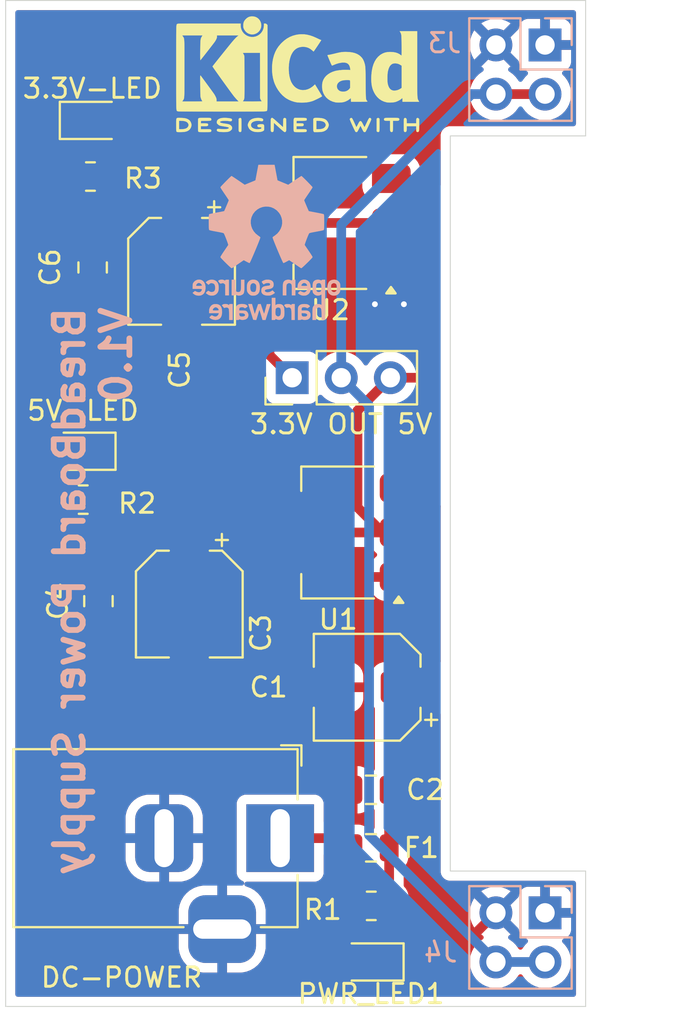
<source format=kicad_pcb>
(kicad_pcb (version 20241229) (generator "pcbnew") (generator_version "9.0")
  (layers (0 "F.Cu" signal) (2 "B.Cu" signal) (13 "F.Paste" user) (15 "B.Paste" user) (5 "F.SilkS" user "F.Silkscreen") (7 "B.SilkS" user "B.Silkscreen") (1 "F.Mask" user) (3 "B.Mask" user) (25 "Edge.Cuts" user))
  (net 0 "")
  (net 1 "Net-(U1-VI)")
  (net 2 "GND")
  (net 3 "/5V")
  (net 4 "/3.3V")
  (net 5 "/V_OUT")
  (net 6 "Net-(DC-POWER1-Pad1)")
  (net 7 "Net-(3.3V-LED1-A)")
  (net 8 "Net-(5V-LED1-A)")
  (net 9 "Net-(PWR_LED1-A)")
  (footprint "Capacitor_SMD:C_0805_2012Metric" (layer "F.Cu") (at 97.5 78.7 -90)
    (property "Reference" "C6" (at 0 2.2 90) (layer "F.SilkS"))
    (property "Value" "0.1uf")
    (pad "1" smd roundrect (at -0.95 0 270) (size 1 1.45) (layers "F.Cu" "F.Mask" "F.Paste") (net 4 "/3.3V"))
    (pad "2" smd roundrect (at 0.95 0 270) (size 1 1.45) (layers "F.Cu" "F.Mask" "F.Paste") (net 2 "GND"))
  )
  (footprint "Connector_PinHeader_2.54mm:PinHeader_1x03_P2.54mm_Vertical" (layer "F.Cu") (at 107.82 84.4 90)
    (property "Reference" "3.3V OUT 5V" (at -2.4 2.54 180) (layer "F.SilkS"))
    (property "Value" "Conn_01x03_Pin")
    (pad "1" thru_hole rect (at 0 0 90) (size 1.7 1.7) (drill 1) (layers "*.Cu" "*.Mask") (net 4 "/3.3V"))
    (pad "2" thru_hole circle (at 0 2.54 90) (size 1.7 1.7) (drill 1) (layers "*.Cu" "*.Mask") (net 5 "/V_OUT"))
    (pad "3" thru_hole circle (at 0 5.08 90) (size 1.7 1.7) (drill 1) (layers "*.Cu" "*.Mask") (net 3 "/5V"))
  )
  (footprint "LED_SMD:LED_0805_2012Metric" (layer "F.Cu") (at 111.9 114.6 180)
    (property "Reference" "PWR_LED1" (at 0 -1.65 0) (layer "F.SilkS"))
    (property "Value" "GREEN_LED")
    (pad "1" smd roundrect (at -0.9375 0 180) (size 0.975 1.4) (layers "F.Cu" "F.Mask" "F.Paste") (net 2 "GND"))
    (pad "2" smd roundrect (at 0.9375 0 180) (size 0.975 1.4) (layers "F.Cu" "F.Mask" "F.Paste") (net 9 "Net-(PWR_LED1-A)"))
  )
  (footprint "LED_SMD:LED_0805_2012Metric" (layer "F.Cu") (at 97.4875 71.1)
    (property "Reference" "3.3V-LED" (at 0 -1.65 0) (layer "F.SilkS"))
    (property "Value" "GREEN_LED")
    (pad "1" smd roundrect (at -0.9375 0) (size 0.975 1.4) (layers "F.Cu" "F.Mask" "F.Paste") (net 2 "GND"))
    (pad "2" smd roundrect (at 0.9375 0) (size 0.975 1.4) (layers "F.Cu" "F.Mask" "F.Paste") (net 7 "Net-(3.3V-LED1-A)"))
  )
  (footprint "Resistor_SMD:R_0805_2012Metric" (layer "F.Cu") (at 97.0125 90.7 180)
    (property "Reference" "R2" (at -2.7875 -0.2 0) (layer "F.SilkS"))
    (property "Value" "560")
    (pad "1" smd roundrect (at -0.9125 0 180) (size 1.025 1.4) (layers "F.Cu" "F.Mask" "F.Paste") (roundrect_rratio 0.243902) (net 3 "/5V"))
    (pad "2" smd roundrect (at 0.9125 0 180) (size 1.025 1.4) (layers "F.Cu" "F.Mask" "F.Paste") (roundrect_rratio 0.243902) (net 8 "Net-(5V-LED1-A)"))
  )
  (footprint "Capacitor_SMD:C_0805_2012Metric" (layer "F.Cu") (at 97.8 95.95 -90)
    (property "Reference" "C4" (at 0 2.1 90) (layer "F.SilkS"))
    (property "Value" "0.1uf")
    (pad "1" smd roundrect (at -0.95 0 270) (size 1 1.45) (layers "F.Cu" "F.Mask" "F.Paste") (net 3 "/5V"))
    (pad "2" smd roundrect (at 0.95 0 270) (size 1 1.45) (layers "F.Cu" "F.Mask" "F.Paste") (net 2 "GND"))
  )
  (footprint "Connector_BarrelJack:BarrelJack_Horizontal" (layer "F.Cu") (at 107.2 108.2)
    (property "Reference" "DC-POWER" (at -8.2 7.2 0) (layer "F.SilkS"))
    (property "Value" "Barrel_Jack_Switch")
    (pad "1" thru_hole rect (at 0 0) (size 3.5 3.5) (drill oval 1 3) (layers "*.Cu" "*.Mask") (net 6 "Net-(DC-POWER1-Pad1)"))
    (pad "2" thru_hole roundrect (at -6 0) (size 3 3.5) (drill oval 1 3) (layers "*.Cu" "*.Mask") (net 2 "GND"))
    (pad "3" thru_hole roundrect (at -3 4.7) (size 3.5 3.5) (drill oval 3 1) (layers "*.Cu" "*.Mask") (net 2 "GND"))
  )
  (footprint "Capacitor_SMD:CP_Elec_5x5.8" (layer "F.Cu") (at 102.5 96.1 -90)
    (property "Reference" "C3" (at 1.5 -3.7 90) (layer "F.SilkS"))
    (property "Value" "100uF")
    (pad "1" smd roundrect (at -2.2 0 270) (size 3 1.6) (layers "F.Cu" "F.Mask" "F.Paste") (roundrect_rratio 0.15625) (net 3 "/5V"))
    (pad "2" smd roundrect (at 2.2 0 270) (size 3 1.6) (layers "F.Cu" "F.Mask" "F.Paste") (roundrect_rratio 0.15625) (net 2 "GND"))
  )
  (footprint "Capacitor_SMD:CP_Elec_5x5.8" (layer "F.Cu") (at 111.7 100.4 180)
    (property "Reference" "C1" (at 5.1 0 0) (layer "F.SilkS"))
    (property "Value" "100uF")
    (pad "1" smd roundrect (at -2.2 0 180) (size 3 1.6) (layers "F.Cu" "F.Mask" "F.Paste") (roundrect_rratio 0.15625) (net 1 "Net-(U1-VI)"))
    (pad "2" smd roundrect (at 2.2 0 180) (size 3 1.6) (layers "F.Cu" "F.Mask" "F.Paste") (roundrect_rratio 0.15625) (net 2 "GND"))
  )
  (footprint "Package_TO_SOT_SMD:SOT-223-3_TabPin2" (layer "F.Cu") (at 110.2 92.4 180)
    (property "Reference" "U1" (at 0 -4.5 0) (layer "F.SilkS"))
    (property "Value" "AMS1117-5.0")
    (pad "1" smd roundrect (at -3.15 -2.3 180) (size 2 1.5) (layers "F.Cu" "F.Mask" "F.Paste") (net 2 "GND"))
    (pad "2" smd roundrect (at -3.15 0 180) (size 2 1.5) (layers "F.Cu" "F.Mask" "F.Paste") (net 3 "/5V"))
    (pad "2" smd roundrect (at 3.15 0 180) (size 2 3.8) (layers "F.Cu" "F.Mask" "F.Paste") (net 3 "/5V"))
    (pad "3" smd roundrect (at -3.15 2.3 180) (size 2 1.5) (layers "F.Cu" "F.Mask" "F.Paste") (net 1 "Net-(U1-VI)"))
  )
  (footprint "Fuse:Fuse_0805_2012Metric" (layer "F.Cu") (at 111.9 108.7)
    (property "Reference" "F1" (at 2.6 0 0) (layer "F.SilkS"))
    (property "Value" "Fuse")
    (pad "1" smd roundrect (at -0.9375 0) (size 0.975 1.4) (layers "F.Cu" "F.Mask" "F.Paste") (net 6 "Net-(DC-POWER1-Pad1)"))
    (pad "2" smd roundrect (at 0.9375 0) (size 0.975 1.4) (layers "F.Cu" "F.Mask" "F.Paste") (net 1 "Net-(U1-VI)"))
  )
  (footprint "Symbol:KiCad-Logo2_5mm_SilkScreen" (layer "F.Cu") (at 108.1 68.7)
    (property "Reference" "REF**" (hide yes))
    (property "Value" "KiCad-Logo2_5mm_SilkScreen" (hide yes))
  )
  (footprint "Package_TO_SOT_SMD:SOT-223-3_TabPin2" (layer "F.Cu") (at 109.8 76.4 180)
    (property "Reference" "U2" (at 0 -4.5 0) (layer "F.SilkS"))
    (property "Value" "AMS1117-3.3")
    (pad "1" smd roundrect (at -3.15 -2.3 180) (size 2 1.5) (layers "F.Cu" "F.Mask" "F.Paste") (net 2 "GND"))
    (pad "2" smd roundrect (at -3.15 0 180) (size 2 1.5) (layers "F.Cu" "F.Mask" "F.Paste") (net 4 "/3.3V"))
    (pad "2" smd roundrect (at 3.15 0 180) (size 2 3.8) (layers "F.Cu" "F.Mask" "F.Paste") (net 4 "/3.3V"))
    (pad "3" smd roundrect (at -3.15 2.3 180) (size 2 1.5) (layers "F.Cu" "F.Mask" "F.Paste") (net 3 "/5V"))
  )
  (footprint "Capacitor_SMD:CP_Elec_5x5.8" (layer "F.Cu") (at 102.1 78.9 -90)
    (property "Reference" "C5" (at 5.1 0.1 90) (layer "F.SilkS"))
    (property "Value" "100uF")
    (pad "1" smd roundrect (at -2.2 0 270) (size 3 1.6) (layers "F.Cu" "F.Mask" "F.Paste") (roundrect_rratio 0.15625) (net 4 "/3.3V"))
    (pad "2" smd roundrect (at 2.2 0 270) (size 3 1.6) (layers "F.Cu" "F.Mask" "F.Paste") (roundrect_rratio 0.15625) (net 2 "GND"))
  )
  (footprint "Resistor_SMD:R_0805_2012Metric" (layer "F.Cu") (at 111.9125 111.7 180)
    (property "Reference" "R1" (at 2.5125 -0.2 0) (layer "F.SilkS"))
    (property "Value" "1k")
    (pad "1" smd roundrect (at -0.9125 0 180) (size 1.025 1.4) (layers "F.Cu" "F.Mask" "F.Paste") (roundrect_rratio 0.243902) (net 1 "Net-(U1-VI)"))
    (pad "2" smd roundrect (at 0.9125 0 180) (size 1.025 1.4) (layers "F.Cu" "F.Mask" "F.Paste") (roundrect_rratio 0.243902) (net 9 "Net-(PWR_LED1-A)"))
  )
  (footprint "Resistor_SMD:R_0805_2012Metric" (layer "F.Cu") (at 97.3875 74)
    (property "Reference" "R3" (at 2.7125 0.1 0) (layer "F.SilkS"))
    (property "Value" "330")
    (pad "1" smd roundrect (at -0.9125 0) (size 1.025 1.4) (layers "F.Cu" "F.Mask" "F.Paste") (roundrect_rratio 0.243902) (net 4 "/3.3V"))
    (pad "2" smd roundrect (at 0.9125 0) (size 1.025 1.4) (layers "F.Cu" "F.Mask" "F.Paste") (roundrect_rratio 0.243902) (net 7 "Net-(3.3V-LED1-A)"))
  )
  (footprint "LED_SMD:LED_0805_2012Metric" (layer "F.Cu") (at 97 88.2 180)
    (property "Reference" "5V-LED" (at 0 2.1 0) (layer "F.SilkS"))
    (property "Value" "GREEN_LED")
    (pad "1" smd roundrect (at -0.9375 0 180) (size 0.975 1.4) (layers "F.Cu" "F.Mask" "F.Paste") (net 2 "GND"))
    (pad "2" smd roundrect (at 0.9375 0 180) (size 0.975 1.4) (layers "F.Cu" "F.Mask" "F.Paste") (net 8 "Net-(5V-LED1-A)"))
  )
  (footprint "Capacitor_SMD:C_0805_2012Metric" (layer "F.Cu") (at 111.9 105.7 180)
    (property "Reference" "C2" (at -2.8 0 0) (layer "F.SilkS"))
    (property "Value" "0.1uf")
    (pad "1" smd roundrect (at -0.95 0 180) (size 1 1.45) (layers "F.Cu" "F.Mask" "F.Paste") (net 1 "Net-(U1-VI)"))
    (pad "2" smd roundrect (at 0.95 0 180) (size 1 1.45) (layers "F.Cu" "F.Mask" "F.Paste") (net 2 "GND"))
  )
  (footprint "Connector_PinHeader_2.54mm:PinHeader_2x02_P2.54mm_Vertical" (layer "B.Cu") (at 120.9 112.06 180)
    (property "Reference" "J4" (at 5.4 -2.04 0) (layer "B.SilkS") (effects (justify mirror)))
    (property "Value" "Conn_02x02_Odd_Even")
    (pad "1" thru_hole rect (at 0 0 180) (size 1.7 1.7) (drill 1) (layers "*.Cu" "*.Mask") (net 2 "GND"))
    (pad "2" thru_hole circle (at 2.54 0 180) (size 1.7 1.7) (drill 1) (layers "*.Cu" "*.Mask") (net 2 "GND"))
    (pad "3" thru_hole circle (at 0 -2.54 180) (size 1.7 1.7) (drill 1) (layers "*.Cu" "*.Mask") (net 5 "/V_OUT"))
    (pad "4" thru_hole circle (at 2.54 -2.54 180) (size 1.7 1.7) (drill 1) (layers "*.Cu" "*.Mask") (net 5 "/V_OUT"))
  )
  (footprint "Symbol:OSHW-Logo_7.5x8mm_SilkScreen" (layer "B.Cu") (at 106.5 77.4 180)
    (property "Reference" "REF**" (hide yes))
    (property "Value" "OSHW-Logo_7.5x8mm_SilkScreen" (hide yes))
  )
  (footprint "Connector_PinHeader_2.54mm:PinHeader_2x02_P2.54mm_Vertical" (layer "B.Cu") (at 120.9 67.2 180)
    (property "Reference" "J3" (at 5.2 0.1 0) (layer "B.SilkS") (effects (justify mirror)))
    (property "Value" "Conn_02x02_Odd_Even")
    (pad "1" thru_hole rect (at 0 0 180) (size 1.7 1.7) (drill 1) (layers "*.Cu" "*.Mask") (net 2 "GND"))
    (pad "2" thru_hole circle (at 2.54 0 180) (size 1.7 1.7) (drill 1) (layers "*.Cu" "*.Mask") (net 2 "GND"))
    (pad "3" thru_hole circle (at 0 -2.54 180) (size 1.7 1.7) (drill 1) (layers "*.Cu" "*.Mask") (net 5 "/V_OUT"))
    (pad "4" thru_hole circle (at 2.54 -2.54 180) (size 1.7 1.7) (drill 1) (layers "*.Cu" "*.Mask") (net 5 "/V_OUT"))
  )
  (gr_line (start 123 64.9) (end 123 71.9) (stroke (width 0.05)) (layer "Edge.Cuts"))
  (gr_line (start 93 116.9) (end 93 64.9) (stroke (width 0.05)) (layer "Edge.Cuts"))
  (gr_line (start 123 116.9) (end 93 116.9) (stroke (width 0.05)) (layer "Edge.Cuts"))
  (gr_line (start 123 71.9) (end 116 71.9) (stroke (width 0.05)) (layer "Edge.Cuts"))
  (gr_line (start 123 109.9) (end 123 116.9) (stroke (width 0.05)) (layer "Edge.Cuts"))
  (gr_line (start 116 71.9) (end 116 109.9) (stroke (width 0.05)) (layer "Edge.Cuts"))
  (gr_line (start 116 109.9) (end 123 109.9) (stroke (width 0.05)) (layer "Edge.Cuts"))
  (gr_line (start 93 64.9) (end 123 64.9) (stroke (width 0.05)) (layer "Edge.Cuts"))
  (gr_text "BreadBoard Power Supply\nV1.0" (at 99.6 80.6 -270) (layer "B.SilkS") (effects (font (size 1.5 1.5) (thickness 0.3) (bold yes)) (justify left bottom mirror)))
  (segment (start 112.85 105.7) (end 112.85 101.45) (width 0.5) (layer "F.Cu") (net 1))
  (segment (start 112.8375 111.6875) (end 112.825 111.7) (width 0.5) (layer "F.Cu") (net 1))
  (segment (start 115.249 91.049) (end 114.3 90.1) (width 0.5) (layer "F.Cu") (net 1))
  (segment (start 112.8375 108.7) (end 112.8375 111.6875) (width 0.5) (layer "F.Cu") (net 1))
  (segment (start 113.9 100.4) (end 115.249 99.051) (width 0.5) (layer "F.Cu") (net 1))
  (segment (start 112.8375 108.7) (end 112.8375 105.7125) (width 0.5) (layer "F.Cu") (net 1))
  (segment (start 112.85 101.45) (end 113.9 100.4) (width 0.5) (layer "F.Cu") (net 1))
  (segment (start 115.249 99.051) (end 115.249 91.049) (width 0.5) (layer "F.Cu") (net 1))
  (segment (start 112.8375 105.7125) (end 112.85 105.7) (width 0.5) (layer "F.Cu") (net 1))
  (segment (start 114.3 90.1) (end 113.35 90.1) (width 0.5) (layer "F.Cu") (net 1))
  (via (at 112.1 80.6) (size 0.6) (drill 0.3) (layers "F.Cu" "B.Cu") (net 2))
  (via (at 113.6 80.6) (size 0.6) (drill 0.3) (layers "F.Cu" "B.Cu") (net 2))
  (segment (start 113.35 92.4) (end 107.05 92.4) (width 0.5) (layer "F.Cu") (net 3))
  (segment (start 97.925 90.7) (end 97.925 94.875) (width 0.5) (layer "F.Cu") (net 3))
  (segment (start 107.05 92.4) (end 104 92.4) (width 0.5) (layer "F.Cu") (net 3))
  (segment (start 115 75.3) (end 115 83.8) (width 0.5) (layer "F.Cu") (net 3))
  (segment (start 113.8 74.1) (end 115 75.3) (width 0.5) (layer "F.Cu") (net 3))
  (segment (start 97.925 94.875) (end 97.8 95) (width 0.5) (layer "F.Cu") (net 3))
  (segment (start 104 92.4) (end 102.5 93.9) (width 0.5) (layer "F.Cu") (net 3))
  (segment (start 114.4 84.4) (end 112.9 84.4) (width 0.5) (layer "F.Cu") (net 3))
  (segment (start 112.5 92.4) (end 113.35 92.4) (width 0.5) (layer "F.Cu") (net 3))
  (segment (start 112.9 84.4) (end 111.2 86.1) (width 0.5) (layer "F.Cu") (net 3))
  (segment (start 112.95 74.1) (end 113.8 74.1) (width 0.5) (layer "F.Cu") (net 3))
  (segment (start 101.4 95) (end 102.5 93.9) (width 0.5) (layer "F.Cu") (net 3))
  (segment (start 111.2 91.1) (end 112.5 92.4) (width 0.5) (layer "F.Cu") (net 3))
  (segment (start 115 83.8) (end 114.4 84.4) (width 0.5) (layer "F.Cu") (net 3))
  (segment (start 111.2 86.1) (end 111.2 91.1) (width 0.5) (layer "F.Cu") (net 3))
  (segment (start 97.8 95) (end 101.4 95) (width 0.5) (layer "F.Cu") (net 3))
  (segment (start 96.5 75.3) (end 96.475 75.275) (width 0.5) (layer "F.Cu") (net 4))
  (segment (start 101.8 76.7) (end 100.75 77.75) (width 0.5) (layer "F.Cu") (net 4))
  (segment (start 106.65 83.23) (end 107.82 84.4) (width 0.5) (layer "F.Cu") (net 4))
  (segment (start 96.5 76.75) (end 96.5 75.3) (width 0.5) (layer "F.Cu") (net 4))
  (segment (start 102.4 76.4) (end 102.1 76.7) (width 0.5) (layer "F.Cu") (net 4))
  (segment (start 96.475 75.275) (end 96.475 74) (width 0.5) (layer "F.Cu") (net 4))
  (segment (start 106.65 76.4) (end 102.4 76.4) (width 0.5) (layer "F.Cu") (net 4))
  (segment (start 102.1 76.7) (end 101.8 76.7) (width 0.5) (layer "F.Cu") (net 4))
  (segment (start 97.5 77.75) (end 96.5 76.75) (width 0.5) (layer "F.Cu") (net 4))
  (segment (start 100.75 77.75) (end 97.5 77.75) (width 0.5) (layer "F.Cu") (net 4))
  (segment (start 106.65 76.4) (end 106.65 83.23) (width 0.5) (layer "F.Cu") (net 4))
  (segment (start 112.95 76.4) (end 106.65 76.4) (width 0.5) (layer "F.Cu") (net 4))
  (segment (start 120.9 69.74) (end 118.36 69.74) (width 0.5) (layer "F.Cu") (net 5))
  (segment (start 111.8 108.04) (end 111.8 85.84) (width 0.5) (layer "B.Cu") (net 5))
  (segment (start 111.8 85.84) (end 110.36 84.4) (width 0.5) (layer "B.Cu") (net 5))
  (segment (start 118.36 114.6) (end 111.8 108.04) (width 0.5) (layer "B.Cu") (net 5))
  (segment (start 118.36 69.74) (end 117.097926 69.74) (width 0.5) (layer "B.Cu") (net 5))
  (segment (start 110.36 76.477926) (end 110.36 84.4) (width 0.5) (layer "B.Cu") (net 5))
  (segment (start 120.9 114.6) (end 118.36 114.6) (width 0.5) (layer "B.Cu") (net 5))
  (segment (start 117.097926 69.74) (end 110.36 76.477926) (width 0.5) (layer "B.Cu") (net 5))
  (segment (start 107.2 108.2) (end 110.4625 108.2) (width 0.5) (layer "F.Cu") (net 6))
  (segment (start 110.4625 108.2) (end 110.9625 108.7) (width 0.5) (layer "F.Cu") (net 6))
  (segment (start 98.425 71.1) (end 98.425 73.875) (width 0.5) (layer "F.Cu") (net 7))
  (segment (start 98.425 73.875) (end 98.3 74) (width 0.5) (layer "F.Cu") (net 7))
  (segment (start 96.1 90.7) (end 96.1 88.2375) (width 0.5) (layer "F.Cu") (net 8))
  (segment (start 96.1 88.2375) (end 96.0625 88.2) (width 0.5) (layer "F.Cu") (net 8))
  (segment (start 111 111.7) (end 111 114.5625) (width 0.5) (layer "F.Cu") (net 9))
  (segment (start 111 114.5625) (end 110.9625 114.6) (width 0.5) (layer "F.Cu") (net 9))
  (zone (net 2) (net_name "GND") (layers "F.Cu" "B.Cu") (connect_pads (clearance 0.5)) (min_thickness 0.25) (fill yes (thermal_gap 0.5) (thermal_bridge_width 0.5))
    (polygon (pts (xy 93 65) (xy 123 65) (xy 123 71.9) (xy 115.9 71.9) (xy 116 109.9) (xy 123 109.9) (xy 123 116.9) (xy 93 116.9)))
  )
)
</source>
